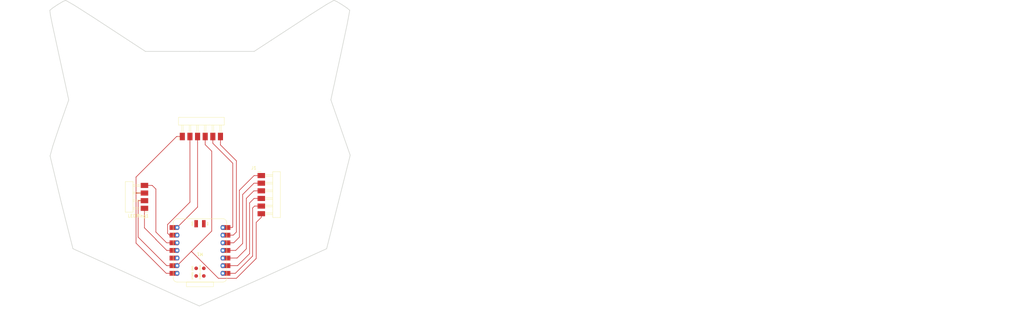
<source format=kicad_pcb>
(kicad_pcb (version 20240108) (generator "pcbnew") (generator_version "8.0")
  (layers (0 "F.Cu" signal) (31 "B.Cu" signal) (34 "B.Paste" user) (35 "F.Paste" user) (36 "B.SilkS" user "B.Silkscreen") (37 "F.SilkS" user "F.Silkscreen") (38 "B.Mask" user) (39 "F.Mask" user) (44 "Edge.Cuts" user))
  (net 0 "")
  (net 1 "4{slash}P4{slash}MISO{slash}D9")
  (net 2 "3{slash}P3{slash}MOSI{slash}D10")
  (net 3 "GND1")
  (net 4 "0{slash}P0{slash}TX{slash}D6")
  (net 5 "26{slash}P26{slash}A0{slash}D0")
  (net 6 "28{slash}P28{slash}A2{slash}D2")
  (net 7 "6{slash}P6{slash}SDA{slash}D4")
  (net 8 "27{slash}P27{slash}A1{slash}D1")
  (net 9 "29{slash}P29{slash}A3{slash}D3")
  (net 10 "2{slash}P2{slash}SCK{slash}D8")
  (net 11 "1{slash}RX{slash}P1{slash}CSn{slash}D7")
  (net 12 "7{slash}P7{slash}SCL{slash}D5")
  (net 14 "3V3")
  (net 15 "5V")
  (footprint "fab:PinHeader_1x06_P2.54mm_Horizontal_SMD" (layer "F.Cu") (at 152.1 109.7)
    (property "Reference" "J1" (at -1.524 -2.54 0) (layer "F.SilkS") (effects (justify right)))
    (property "Value" "Conn_PinHeader_1x06_P2.54mm_Horizontal_SMD")
    (fp_line (start -1.27 -1.27) (end 0 -1.27) (stroke (width 0.12)) (layer "F.SilkS"))
    (fp_line (start 3.81 -1.27) (end 6.35 -1.27) (stroke (width 0.12)) (layer "F.SilkS"))
    (fp_line (start 3.81 -0.254) (end 1.27 -0.254) (stroke (width 0.12)) (layer "F.SilkS"))
    (fp_line (start 3.81 0.254) (end 1.27 0.254) (stroke (width 0.12)) (layer "F.SilkS"))
    (fp_line (start 3.81 2.286) (end 1.27 2.286) (stroke (width 0.12)) (layer "F.SilkS"))
    (fp_line (start 3.81 2.794) (end 1.27 2.794) (stroke (width 0.12)) (layer "F.SilkS"))
    (fp_line (start 3.81 4.826) (end 1.27 4.826) (stroke (width 0.12)) (layer "F.SilkS"))
    (fp_line (start 3.81 5.334) (end 1.27 5.334) (stroke (width 0.12)) (layer "F.SilkS"))
    (fp_line (start 3.81 7.366) (end 1.27 7.366) (stroke (width 0.12)) (layer "F.SilkS"))
    (fp_line (start 3.81 7.874) (end 1.27 7.874) (stroke (width 0.12)) (layer "F.SilkS"))
    (fp_line (start 3.81 9.906) (end 1.27 9.906) (stroke (width 0.12)) (layer "F.SilkS"))
    (fp_line (start 3.81 10.414) (end 1.27 10.414) (stroke (width 0.12)) (layer "F.SilkS"))
    (fp_line (start 3.81 12.446) (end 1.27 12.446) (stroke (width 0.12)) (layer "F.SilkS"))
    (fp_line (start 3.81 12.954) (end 1.27 12.954) (stroke (width 0.12)) (layer "F.SilkS"))
    (fp_line (start 3.81 13.97) (end 3.81 -1.27) (stroke (width 0.12)) (layer "F.SilkS"))
    (fp_line (start 6.35 -1.27) (end 6.35 13.97) (stroke (width 0.12)) (layer "F.SilkS"))
    (fp_line (start 6.35 13.97) (end 3.81 13.97) (stroke (width 0.12)) (layer "F.SilkS"))
    (pad "1" smd rect (at 0 0) (size 2.5 1.7) (layers "F.Cu" "F.Paste" "F.Mask") (net 7 "6{slash}P6{slash}SDA{slash}D4"))
    (pad "2" smd rect (at 0 2.54) (size 2.5 1.7) (layers "F.Cu" "F.Paste" "F.Mask") (net 9 "29{slash}P29{slash}A3{slash}D3"))
    (pad "3" smd rect (at 0 5.08) (size 2.5 1.7) (layers "F.Cu" "F.Paste" "F.Mask") (net 6 "28{slash}P28{slash}A2{slash}D2"))
    (pad "4" smd rect (at 0 7.62) (size 2.5 1.7) (layers "F.Cu" "F.Paste" "F.Mask") (net 8 "27{slash}P27{slash}A1{slash}D1"))
    (pad "5" smd rect (at 0 10.16) (size 2.5 1.7) (layers "F.Cu" "F.Paste" "F.Mask") (net 5 "26{slash}P26{slash}A0{slash}D0"))
    (pad "6" smd rect (at 0 12.7) (size 2.5 1.7) (layers "F.Cu" "F.Paste" "F.Mask") (net 3 "GND1"))
  )
  (footprint "fab:SeeedStudio_XIAO_RP2040" (layer "F.Cu") (at 131.685 134.62 180)
    (property "Reference" "M1" (at 0 -1.27 180) (layer "F.SilkS"))
    (property "Value" "Module_XIAO-RP2040")
    (fp_line (start 8.8925 -9.261) (end 8.8925 9.281) (stroke (width 0.12)) (layer "F.SilkS"))
    (fp_line (start 7.6225 10.551) (end -7.6175 10.551) (stroke (width 0.12)) (layer "F.SilkS"))
    (fp_line (start -7.6175 -10.531) (end 7.6225 -10.531) (stroke (width 0.12)) (layer "F.SilkS"))
    (fp_line (start -8.8875 9.281) (end -8.8875 -9.261) (stroke (width 0.12)) (layer "F.SilkS"))
    (fp_rect (start -4.4975 -10.531) (end 4.5025 -12.055) (stroke (width 0.12)) (fill none) (layer "F.SilkS"))
    (fp_arc (start 8.8925 9.281) (mid 8.520526 10.179026) (end 7.6225 10.551) (stroke (width 0.12)) (layer "F.SilkS"))
    (fp_arc (start 7.6225 -10.531) (mid 8.520526 -10.159026) (end 8.8925 -9.261) (stroke (width 0.12)) (layer "F.SilkS"))
    (fp_arc (start -7.6175 10.551) (mid -8.515526 10.179026) (end -8.8875 9.281) (stroke (width 0.12)) (layer "F.SilkS"))
    (fp_arc (start -8.8875 -9.261) (mid -8.515526 -10.159026) (end -7.6175 -10.531) (stroke (width 0.12)) (layer "F.SilkS"))
    (fp_text user "GND" (at 2.545 8.89 -90) (layer "F.SilkS") (effects (font (size 0.5 0.5) (thickness 0.1) (bold yes))))
    (fp_text user "RESET" (at 0 -5.96 -90) (layer "F.SilkS") (effects (font (size 0.5 0.5) (thickness 0.1) (bold yes))))
    (fp_text user "VIN" (at -2.535 8.89 -90) (layer "F.SilkS") (effects (font (size 0.5 0.5) (thickness 0.1) (bold yes))))
    (fp_text user "SWDIO" (at 0 -8.5 -90) (layer "F.SilkS") (effects (font (size 0.5 0.5) (thickness 0.1) (bold yes))))
    (fp_text user "GND" (at 2.54 -5.96 -90) (layer "F.SilkS") (effects (font (size 0.5 0.5) (thickness 0.1) (bold yes))))
    (fp_text user "SWCLK" (at 2.54 -8.5 -90) (layer "F.SilkS") (effects (font (size 0.5 0.5) (thickness 0.1) (bold yes))))
    (pad "1" thru_hole circle (at -7.615 -7.62 180) (size 1.6 1.6) (drill 0.8) (layers "*.Cu" "*.Mask") (net 5 "26{slash}P26{slash}A0{slash}D0"))
    (pad "1" smd rect (at -7.615 -7.62 180) (size 3 1.6) (drill (offset -1 0)) (layers "F.Cu" "F.Paste" "F.Mask") (net 5 "26{slash}P26{slash}A0{slash}D0"))
    (pad "2" thru_hole circle (at -7.615 -5.08 180) (size 1.6 1.6) (drill 0.8) (layers "*.Cu" "*.Mask") (net 8 "27{slash}P27{slash}A1{slash}D1"))
    (pad "2" smd rect (at -7.615 -5.08 180) (size 3 1.6) (drill (offset -1 0)) (layers "F.Cu" "F.Paste" "F.Mask") (net 8 "27{slash}P27{slash}A1{slash}D1"))
    (pad "3" thru_hole circle (at -7.615 -2.54 180) (size 1.6 1.6) (drill 0.8) (layers "*.Cu" "*.Mask") (net 6 "28{slash}P28{slash}A2{slash}D2"))
    (pad "3" smd rect (at -7.615 -2.54 180) (size 3 1.6) (drill (offset -1 0)) (layers "F.Cu" "F.Paste" "F.Mask") (net 6 "28{slash}P28{slash}A2{slash}D2"))
    (pad "4" thru_hole circle (at -7.615 0 180) (size 1.6 1.6) (drill 0.8) (layers "*.Cu" "*.Mask") (net 9 "29{slash}P29{slash}A3{slash}D3"))
    (pad "4" smd rect (at -7.615 0 180) (size 3 1.6) (drill (offset -1 0)) (layers "F.Cu" "F.Paste" "F.Mask") (net 9 "29{slash}P29{slash}A3{slash}D3"))
    (pad "5" thru_hole circle (at -7.615 2.54 180) (size 1.6 1.6) (drill 0.8) (layers "*.Cu" "*.Mask") (net 7 "6{slash}P6{slash}SDA{slash}D4"))
    (pad "5" smd rect (at -7.615 2.54 180) (size 3 1.6) (drill (offset -1 0)) (layers "F.Cu" "F.Paste" "F.Mask") (net 7 "6{slash}P6{slash}SDA{slash}D4"))
    (pad "6" thru_hole circle (at -7.615 5.08 180) (size 1.6 1.6) (drill 0.8) (layers "*.Cu" "*.Mask") (net 12 "7{slash}P7{slash}SCL{slash}D5"))
    (pad "6" smd rect (at -7.615 5.08 180) (size 3 1.6) (drill (offset -1 0)) (layers "F.Cu" "F.Paste" "F.Mask") (net 12 "7{slash}P7{slash}SCL{slash}D5"))
    (pad "7" thru_hole circle (at -7.615 7.62 180) (size 1.6 1.6) (drill 0.8) (layers "*.Cu" "*.Mask") (net 4 "0{slash}P0{slash}TX{slash}D6"))
    (pad "7" smd rect (at -7.615 7.62 180) (size 3 1.6) (drill (offset -1 0)) (layers "F.Cu" "F.Paste" "F.Mask") (net 4 "0{slash}P0{slash}TX{slash}D6"))
    (pad "8" thru_hole circle (at 7.62 7.62 180) (size 1.6 1.6) (drill 0.8) (layers "*.Cu" "*.Mask") (net 11 "1{slash}RX{slash}P1{slash}CSn{slash}D7"))
    (pad "8" smd rect (at 7.62 7.62 180) (size 3 1.6) (drill (offset 1 0)) (layers "F.Cu" "F.Paste" "F.Mask") (net 11 "1{slash}RX{slash}P1{slash}CSn{slash}D7"))
    (pad "9" thru_hole circle (at 7.62 5.08 180) (size 1.6 1.6) (drill 0.8) (layers "*.Cu" "*.Mask") (net 10 "2{slash}P2{slash}SCK{slash}D8"))
    (pad "9" smd rect (at 7.62 5.08 180) (size 3 1.6) (drill (offset 1 0)) (layers "F.Cu" "F.Paste" "F.Mask") (net 10 "2{slash}P2{slash}SCK{slash}D8"))
    (pad "10" thru_hole circle (at 7.62 2.54 180) (size 1.6 1.6) (drill 0.8) (layers "*.Cu" "*.Mask") (net 1 "4{slash}P4{slash}MISO{slash}D9"))
    (pad "10" smd rect (at 7.62 2.54 180) (size 3 1.6) (drill (offset 1 0)) (layers "F.Cu" "F.Paste" "F.Mask") (net 1 "4{slash}P4{slash}MISO{slash}D9"))
    (pad "11" thru_hole circle (at 7.62 0 180) (size 1.6 1.6) (drill 0.8) (layers "*.Cu" "*.Mask") (net 2 "3{slash}P3{slash}MOSI{slash}D10"))
    (pad "11" smd rect (at 7.62 0 180) (size 3 1.6) (drill (offset 1 0)) (layers "F.Cu" "F.Paste" "F.Mask") (net 2 "3{slash}P3{slash}MOSI{slash}D10"))
    (pad "12" thru_hole circle (at 7.62 -2.54 180) (size 1.6 1.6) (drill 0.8) (layers "*.Cu" "*.Mask") (net 14 "3V3"))
    (pad "12" smd rect (at 7.62 -2.54 180) (size 3 1.6) (drill (offset 1 0)) (layers "F.Cu" "F.Paste" "F.Mask") (net 14 "3V3"))
    (pad "13" thru_hole circle (at 7.62 -5.08 180) (size 1.6 1.6) (drill 0.8) (layers "*.Cu" "*.Mask") (net 3 "GND1"))
    (pad "13" smd rect (at 7.62 -5.08 180) (size 3 1.6) (drill (offset 1 0)) (layers "F.Cu" "F.Paste" "F.Mask") (net 3 "GND1"))
    (pad "14" thru_hole circle (at 7.62 -7.62 180) (size 1.6 1.6) (drill 0.8) (layers "*.Cu" "*.Mask") (net 15 "5V"))
    (pad "14" smd rect (at 7.62 -7.62 180) (size 3 1.6) (drill (offset 1 0)) (layers "F.Cu" "F.Paste" "F.Mask") (net 15 "5V"))
    (pad "15" smd rect (at 1.275 8.89 90) (size 2.4 1.2) (layers "F.Cu" "F.Paste" "F.Mask"))
    (pad "16" smd rect (at -1.265 8.89 90) (size 2.4 1.2) (layers "F.Cu" "F.Paste" "F.Mask"))
    (pad "17" smd circle (at -1.27 -8.5 180) (size 1.2 1.2) (layers "F.Cu" "F.Paste" "F.Mask"))
    (pad "18" smd circle (at -1.27 -5.96 180) (size 1.2 1.2) (layers "F.Cu" "F.Paste" "F.Mask"))
    (pad "19" smd circle (at 1.27 -5.96 180) (size 1.2 1.2) (layers "F.Cu" "F.Paste" "F.Mask"))
    (pad "20" smd circle (at 1.27 -8.5 180) (size 1.2 1.2) (layers "F.Cu" "F.Paste" "F.Mask"))
  )
  (footprint "fab:PinHeader_1x06_P2.54mm_Horizontal_SMD" (layer "F.Cu") (at 125.8 96.7 90)
    (property "Reference" "HC-SR04" (hide yes))
    (property "Value" "Conn_PinHeader_1x06_P2.54mm_Horizontal_SMD")
    (fp_line (start 6.35 -1.27) (end 6.35 13.97) (stroke (width 0.12)) (layer "F.SilkS"))
    (fp_line (start 3.81 -1.27) (end 6.35 -1.27) (stroke (width 0.12)) (layer "F.SilkS"))
    (fp_line (start -1.27 -1.27) (end 0 -1.27) (stroke (width 0.12)) (layer "F.SilkS"))
    (fp_line (start 3.81 -0.254) (end 1.27 -0.254) (stroke (width 0.12)) (layer "F.SilkS"))
    (fp_line (start 3.81 0.254) (end 1.27 0.254) (stroke (width 0.12)) (layer "F.SilkS"))
    (fp_line (start 3.81 2.286) (end 1.27 2.286) (stroke (width 0.12)) (layer "F.SilkS"))
    (fp_line (start 3.81 2.794) (end 1.27 2.794) (stroke (width 0.12)) (layer "F.SilkS"))
    (fp_line (start 3.81 4.826) (end 1.27 4.826) (stroke (width 0.12)) (layer "F.SilkS"))
    (fp_line (start 3.81 5.334) (end 1.27 5.334) (stroke (width 0.12)) (layer "F.SilkS"))
    (fp_line (start 3.81 7.366) (end 1.27 7.366) (stroke (width 0.12)) (layer "F.SilkS"))
    (fp_line (start 3.81 7.874) (end 1.27 7.874) (stroke (width 0.12)) (layer "F.SilkS"))
    (fp_line (start 3.81 9.906) (end 1.27 9.906) (stroke (width 0.12)) (layer "F.SilkS"))
    (fp_line (start 3.81 10.414) (end 1.27 10.414) (stroke (width 0.12)) (layer "F.SilkS"))
    (fp_line (start 3.81 12.446) (end 1.27 12.446) (stroke (width 0.12)) (layer "F.SilkS"))
    (fp_line (start 3.81 12.954) (end 1.27 12.954) (stroke (width 0.12)) (layer "F.SilkS"))
    (fp_line (start 6.35 13.97) (end 3.81 13.97) (stroke (width 0.12)) (layer "F.SilkS"))
    (fp_line (start 3.81 13.97) (end 3.81 -1.27) (stroke (width 0.12)) (layer "F.SilkS"))
    (pad "1" smd rect (at 0 0 90) (size 2.5 1.7) (layers "F.Cu" "F.Paste" "F.Mask") (net 15 "5V"))
    (pad "2" smd rect (at 0 2.54 90) (size 2.5 1.7) (layers "F.Cu" "F.Paste" "F.Mask") (net 10 "2{slash}P2{slash}SCK{slash}D8"))
    (pad "3" smd rect (at 0 5.08 90) (size 2.5 1.7) (layers "F.Cu" "F.Paste" "F.Mask") (net 11 "1{slash}RX{slash}P1{slash}CSn{slash}D7"))
    (pad "4" smd rect (at 0 7.62 90) (size 2.5 1.7) (layers "F.Cu" "F.Paste" "F.Mask") (net 3 "GND1"))
    (pad "5" smd rect (at 0 10.16 90) (size 2.5 1.7) (layers "F.Cu" "F.Paste" "F.Mask") (net 4 "0{slash}P0{slash}TX{slash}D6"))
    (pad "6" smd rect (at 0 12.7 90) (size 2.5 1.7) (layers "F.Cu" "F.Paste" "F.Mask") (net 12 "7{slash}P7{slash}SCL{slash}D5"))
  )
  (footprint "fab:PinHeader_1x04_P2.54mm_Horizontal_SMD" (layer "F.Cu") (at 113.2 120.6 180)
    (property "Reference" "LEDRing1" (at -1.524 -2.54 180) (layer "F.SilkS") (effects (justify right)))
    (property "Value" "Conn_PinHeader_1x04_P2.54mm_Horizontal_SMD")
    (fp_line (start 6.35 8.89) (end 3.81 8.89) (stroke (width 0.12)) (layer "F.SilkS"))
    (fp_line (start 6.35 -1.27) (end 6.35 8.89) (stroke (width 0.12)) (layer "F.SilkS"))
    (fp_line (start 3.81 8.89) (end 3.81 -1.27) (stroke (width 0.12)) (layer "F.SilkS"))
    (fp_line (start 3.81 7.874) (end 1.27 7.874) (stroke (width 0.12)) (layer "F.SilkS"))
    (fp_line (start 3.81 7.366) (end 1.27 7.366) (stroke (width 0.12)) (layer "F.SilkS"))
    (fp_line (start 3.81 5.334) (end 1.27 5.334) (stroke (width 0.12)) (layer "F.SilkS"))
    (fp_line (start 3.81 4.826) (end 1.27 4.826) (stroke (width 0.12)) (layer "F.SilkS"))
    (fp_line (start 3.81 2.794) (end 1.27 2.794) (stroke (width 0.12)) (layer "F.SilkS"))
    (fp_line (start 3.81 2.286) (end 1.27 2.286) (stroke (width 0.12)) (layer "F.SilkS"))
    (fp_line (start 3.81 0.254) (end 1.27 0.254) (stroke (width 0.12)) (layer "F.SilkS"))
    (fp_line (start 3.81 -0.254) (end 1.27 -0.254) (stroke (width 0.12)) (layer "F.SilkS"))
    (fp_line (start 3.81 -1.27) (end 6.35 -1.27) (stroke (width 0.12)) (layer "F.SilkS"))
    (fp_line (start -1.27 -1.27) (end 0 -1.27) (stroke (width 0.12)) (layer "F.SilkS"))
    (pad "1" smd rect (at 0 0 180) (size 2.5 1.7) (layers "F.Cu" "F.Paste" "F.Mask") (net 2 "3{slash}P3{slash}MOSI{slash}D10"))
    (pad "2" smd rect (at 0 2.54 180) (size 2.5 1.7) (layers "F.Cu" "F.Paste" "F.Mask") (net 3 "GND1"))
    (pad "3" smd rect (at 0 5.08 180) (size 2.5 1.7) (layers "F.Cu" "F.Paste" "F.Mask") (net 15 "5V"))
    (pad "4" smd rect (at 0 7.62 180) (size 2.5 1.7) (layers "F.Cu" "F.Paste" "F.Mask") (net 1 "4{slash}P4{slash}MISO{slash}D9"))
  )
  (gr_line (start 81.89811 56.283514) (end 81.7 54.7) (stroke (width 0.2)) (layer "Edge.Cuts"))
  (gr_line (start 89.879069 53.029909) (end 96.17162 57.04253) (stroke (width 0.2)) (layer "Edge.Cuts"))
  (gr_line (start 86.95424 51.36094) (end 89.879069 53.029909) (stroke (width 0.2)) (layer "Edge.Cuts"))
  (gr_line (start 131.470681 153.112466) (end 124.197301 149.876016) (stroke (width 0.2)) (layer "Edge.Cuts"))
  (gr_line (start 155.52134 64.584066) (end 168.54914 56.078666) (stroke (width 0.2)) (layer "Edge.Cuts"))
  (gr_line (start 149.7193 68.371936) (end 155.52134 64.584066) (stroke (width 0.2)) (layer "Edge.Cuts"))
  (gr_line (start 124.197301 149.876016) (end 124.197282 149.87601) (stroke (width 0.2)) (layer "Edge.Cuts"))
  (gr_line (start 103.315582 140.35621) (end 89.394482 134.04566) (stroke (width 0.2)) (layer "Edge.Cuts"))
  (gr_line (start 180.702303 59.209704) (end 178.47302 69.718456) (stroke (width 0.2)) (layer "Edge.Cuts"))
  (gr_line (start 89.394482 134.04566) (end 85.606692 119.07606) (stroke (width 0.2)) (layer "Edge.Cuts"))
  (gr_line (start 124.197282 149.87601) (end 103.315582 140.35621) (stroke (width 0.2)) (layer "Edge.Cuts"))
  (gr_line (start 81.782312 103.17836) (end 82.67413 99.917602) (stroke (width 0.2)) (layer "Edge.Cuts"))
  (gr_line (start 109.19192 65.54988) (end 113.5215 68.37564) (stroke (width 0.2)) (layer "Edge.Cuts"))
  (gr_line (start 180.6546 53.953411) (end 181.5397 54.693456) (stroke (width 0.2)) (layer "Edge.Cuts"))
  (gr_line (start 173.805236 52.746783) (end 176.29549 51.360956) (stroke (width 0.2)) (layer "Edge.Cuts"))
  (gr_line (start 181.688161 102.932096) (end 177.768721 118.489696) (stroke (width 0.2)) (layer "Edge.Cuts"))
  (gr_line (start 84.869642 93.38116) (end 87.993562 84.51203) (stroke (width 0.2)) (layer "Edge.Cuts"))
  (gr_line (start 82.67413 99.917602) (end 84.869642 93.38116) (stroke (width 0.2)) (layer "Edge.Cuts"))
  (gr_line (start 152.816381 143.593486) (end 131.470681 153.112466) (stroke (width 0.2)) (layer "Edge.Cuts"))
  (gr_line (start 177.768721 118.489696) (end 173.849281 134.047296) (stroke (width 0.2)) (layer "Edge.Cuts"))
  (gr_line (start 176.29549 51.360956) (end 177.279317 51.808545) (stroke (width 0.2)) (layer "Edge.Cuts"))
  (gr_line (start 87.993562 84.51203) (end 85.821792 74.51033) (stroke (width 0.2)) (layer "Edge.Cuts"))
  (gr_line (start 82.587721 53.955421) (end 84.26026 52.83238) (stroke (width 0.2)) (layer "Edge.Cuts"))
  (gr_line (start 131.6204 68.373788) (end 149.7193 68.371936) (stroke (width 0.2)) (layer "Edge.Cuts"))
  (gr_line (start 113.5215 68.37564) (end 131.6204 68.373788) (stroke (width 0.2)) (layer "Edge.Cuts"))
  (gr_line (start 178.983413 52.832236) (end 180.6546 53.953411) (stroke (width 0.2)) (layer "Edge.Cuts"))
  (gr_line (start 85.966229 51.808384) (end 86.95424 51.36094) (stroke (width 0.2)) (layer "Edge.Cuts"))
  (gr_line (start 180.80598 100.425716) (end 181.688161 102.932096) (stroke (width 0.2)) (layer "Edge.Cuts"))
  (gr_line (start 84.26026 52.83238) (end 85.966229 51.808384) (stroke (width 0.2)) (layer "Edge.Cuts"))
  (gr_line (start 168.54914 56.078666) (end 173.805236 52.746783) (stroke (width 0.2)) (layer "Edge.Cuts"))
  (gr_line (start 82.596082 59.73203) (end 81.89811 56.283514) (stroke (width 0.2)) (layer "Edge.Cuts"))
  (gr_line (start 81.7 54.7) (end 82.587721 53.955421) (stroke (width 0.2)) (layer "Edge.Cuts"))
  (gr_line (start 85.606692 119.07606) (end 81.782312 103.17836) (stroke (width 0.2)) (layer "Edge.Cuts"))
  (gr_line (start 181.5397 54.693456) (end 180.702303 59.209704) (stroke (width 0.2)) (layer "Edge.Cuts"))
  (gr_line (start 177.58817 91.206996) (end 180.80598 100.425716) (stroke (width 0.2)) (layer "Edge.Cuts"))
  (gr_line (start 175.25254 84.494656) (end 177.58817 91.206996) (stroke (width 0.2)) (layer "Edge.Cuts"))
  (gr_line (start 173.849281 134.047296) (end 152.816381 143.593486) (stroke (width 0.2)) (layer "Edge.Cuts"))
  (gr_line (start 177.279317 51.808545) (end 178.983413 52.832236) (stroke (width 0.2)) (layer "Edge.Cuts"))
  (gr_line (start 85.821792 74.51033) (end 82.596082 59.73203) (stroke (width 0.2)) (layer "Edge.Cuts"))
  (gr_line (start 178.47302 69.718456) (end 175.25254 84.494656) (stroke (width 0.2)) (layer "Edge.Cuts"))
  (gr_line (start 96.17162 57.04253) (end 109.19192 65.54988) (stroke (width 0.2)) (layer "Edge.Cuts"))
  (segment (start 117 128.5) (end 120.58 132.08) (width 0.2) (layer "F.Cu") (net 1))
  (segment (start 120.58 132.08) (end 124.065 132.08) (width 0.2) (layer "F.Cu") (net 1))
  (segment (start 115.78 112.98) (end 117 114.2) (width 0.2) (layer "F.Cu") (net 1))
  (segment (start 113.2 112.98) (end 115.78 112.98) (width 0.2) (layer "F.Cu") (net 1))
  (segment (start 117 114.2) (end 117 128.5) (width 0.2) (layer "F.Cu") (net 1))
  (segment (start 117 130.9) (end 117 131) (width 0.2) (layer "F.Cu") (net 2))
  (segment (start 117 131) (end 120.62 134.62) (width 0.2) (layer "F.Cu") (net 2))
  (segment (start 113.2 120.6) (end 113.2 127.1) (width 0.2) (layer "F.Cu") (net 2))
  (segment (start 120.62 134.62) (end 124.065 134.62) (width 0.2) (layer "F.Cu") (net 2))
  (segment (start 113.2 127.1) (end 117 130.9) (width 0.2) (layer "F.Cu") (net 2))
  (segment (start 111.1 118.06) (end 111.1 130.2) (width 0.2) (layer "F.Cu") (net 3))
  (segment (start 143.8 143.9) (end 137.806422 143.9) (width 0.2) (layer "F.Cu") (net 3))
  (segment (start 150.4 125.3) (end 150.4 137.3) (width 0.2) (layer "F.Cu") (net 3))
  (segment (start 135.6 101.6) (end 133.42 99.42) (width 0.2) (layer "F.Cu") (net 3))
  (segment (start 111.1 130.2) (end 120.6 139.7) (width 0.2) (layer "F.Cu") (net 3))
  (segment (start 137.806422 143.9) (end 128.888922 134.9825) (width 0.2) (layer "F.Cu") (net 3))
  (segment (start 152.1 122.4) (end 152.1 123.6) (width 0.2) (layer "F.Cu") (net 3))
  (segment (start 124.065 139.7) (end 124.1 139.7) (width 0.2) (layer "F.Cu") (net 3))
  (segment (start 113.2 118.06) (end 111.1 118.06) (width 0.2) (layer "F.Cu") (net 3))
  (segment (start 128.7825 134.9825) (end 135.6 128.165) (width 0.2) (layer "F.Cu") (net 3))
  (segment (start 150.4 137.3) (end 143.8 143.9) (width 0.2) (layer "F.Cu") (net 3))
  (segment (start 128.888922 134.9825) (end 128.7825 134.9825) (width 0.2) (layer "F.Cu") (net 3))
  (segment (start 152.1 123.6) (end 150.4 125.3) (width 0.2) (layer "F.Cu") (net 3))
  (segment (start 124.065 139.7) (end 128.7825 134.9825) (width 0.2) (layer "F.Cu") (net 3))
  (segment (start 133.42 99.42) (end 133.42 96.7) (width 0.2) (layer "F.Cu") (net 3))
  (segment (start 120.6 139.7) (end 124.065 139.7) (width 0.2) (layer "F.Cu") (net 3))
  (segment (start 133.42 96.7) (end 133.42 97.84) (width 0.2) (layer "F.Cu") (net 3))
  (segment (start 135.6 128.165) (end 135.6 101.6) (width 0.2) (layer "F.Cu") (net 3))
  (segment (start 142.6 105.6) (end 142.6 126.8) (width 0.2) (layer "F.Cu") (net 4))
  (segment (start 135.96 96.7) (end 135.96 98.96) (width 0.2) (layer "F.Cu") (net 4))
  (segment (start 142.6 126.8) (end 142.4 127) (width 0.2) (layer "F.Cu") (net 4))
  (segment (start 142.4 127) (end 139.3 127) (width 0.2) (layer "F.Cu") (net 4))
  (segment (start 135.96 98.96) (end 142.6 105.6) (width 0.2) (layer "F.Cu") (net 4))
  (segment (start 149.2 136.5) (end 143.46 142.24) (width 0.2) (layer "F.Cu") (net 5))
  (segment (start 152.1 119.86) (end 149.84 119.86) (width 0.2) (layer "F.Cu") (net 5))
  (segment (start 149.84 119.86) (end 149.2 120.5) (width 0.2) (layer "F.Cu") (net 5))
  (segment (start 143.46 142.24) (end 139.3 142.24) (width 0.2) (layer "F.Cu") (net 5))
  (segment (start 139.34 142.2) (end 139.3 142.24) (width 0.2) (layer "F.Cu") (net 5))
  (segment (start 149.2 120.5) (end 149.2 136.5) (width 0.2) (layer "F.Cu") (net 5))
  (segment (start 147.1 134.1) (end 144.04 137.16) (width 0.2) (layer "F.Cu") (net 6))
  (segment (start 139.341664 137.118336) (end 139.3 137.16) (width 0.2) (layer "F.Cu") (net 6))
  (segment (start 149.62 114.78) (end 147.1 117.3) (width 0.2) (layer "F.Cu") (net 6))
  (segment (start 152.1 114.78) (end 149.62 114.78) (width 0.2) (layer "F.Cu") (net 6))
  (segment (start 144.04 137.16) (end 139.3 137.16) (width 0.2) (layer "F.Cu") (net 6))
  (segment (start 147.1 117.3) (end 147.1 134.1) (width 0.2) (layer "F.Cu") (net 6))
  (segment (start 142.92 132.08) (end 139.3 132.08) (width 0.2) (layer "F.Cu") (net 7))
  (segment (start 144.8 114.6) (end 144.8 130.2) (width 0.2) (layer "F.Cu") (net 7))
  (segment (start 152.1 109.7) (end 149.7 109.7) (width 0.2) (layer "F.Cu") (net 7))
  (segment (start 139.32 132.1) (end 139.3 132.08) (width 0.2) (layer "F.Cu") (net 7))
  (segment (start 144.8 130.2) (end 142.92 132.08) (width 0.2) (layer "F.Cu") (net 7))
  (segment (start 149.7 109.7) (end 144.8 114.6) (width 0.2) (layer "F.Cu") (net 7))
  (segment (start 152.1 117.32) (end 151.94 117.32) (width 0.2) (layer "F.Cu") (net 8))
  (segment (start 149.68 117.32) (end 148.2 118.8) (width 0.2) (layer "F.Cu") (net 8))
  (segment (start 148.2 118.8) (end 148.2 135.7) (width 0.2) (layer "F.Cu") (net 8))
  (segment (start 148.2 135.7) (end 144.2 139.7) (width 0.2) (layer "F.Cu") (net 8))
  (segment (start 152.1 117.32) (end 149.68 117.32) (width 0.2) (layer "F.Cu") (net 8))
  (segment (start 144.2 139.7) (end 139.3 139.7) (width 0.2) (layer "F.Cu") (net 8))
  (segment (start 143.58 134.62) (end 139.3 134.62) (width 0.2) (layer "F.Cu") (net 9))
  (segment (start 139.32 134.6) (end 139.3 134.62) (width 0.2) (layer "F.Cu") (net 9))
  (segment (start 145.9 132.3) (end 143.58 134.62) (width 0.2) (layer "F.Cu") (net 9))
  (segment (start 149.66 112.24) (end 145.9 116) (width 0.2) (layer "F.Cu") (net 9))
  (segment (start 152.1 112.24) (end 149.66 112.24) (width 0.2) (layer "F.Cu") (net 9))
  (segment (start 145.9 116) (end 145.9 132.3) (width 0.2) (layer "F.Cu") (net 9))
  (segment (start 128.34 118.56) (end 120.9 126) (width 0.2) (layer "F.Cu") (net 10))
  (segment (start 120.9 128.9) (end 121.54 129.54) (width 0.2) (layer "F.Cu") (net 10))
  (segment (start 121.54 129.54) (end 124.065 129.54) (width 0.2) (layer "F.Cu") (net 10))
  (segment (start 120.9 126) (end 120.9 128.9) (width 0.2) (layer "F.Cu") (net 10))
  (segment (start 128.34 96.7) (end 128.34 118.56) (width 0.2) (layer "F.Cu") (net 10))
  (segment (start 130.88 120.185) (end 124.065 127) (width 0.2) (layer "F.Cu") (net 11))
  (segment (start 130.88 96.7) (end 130.88 120.185) (width 0.2) (layer "F.Cu") (net 11))
  (segment (start 142.76 129.54) (end 139.3 129.54) (width 0.2) (layer "F.Cu") (net 12))
  (segment (start 143.8 104.8) (end 143.8 128.5) (width 0.2) (layer "F.Cu") (net 12))
  (segment (start 143.8 128.5) (end 142.76 129.54) (width 0.2) (layer "F.Cu") (net 12))
  (segment (start 139.34 129.5) (end 139.3 129.54) (width 0.2) (layer "F.Cu") (net 12))
  (segment (start 138.5 99.5) (end 143.8 104.8) (width 0.2) (layer "F.Cu") (net 12))
  (segment (start 138.5 96.7) (end 138.5 99.5) (width 0.2) (layer "F.Cu") (net 12))
  (segment (start 110.4 110.2) (end 110.4 115.5) (width 0.2) (layer "F.Cu") (net 15))
  (segment (start 110.4 115.5) (end 110.42 115.52) (width 0.2) (layer "F.Cu") (net 15))
  (segment (start 113.2 115.52) (end 110.7 115.52) (width 0.2) (layer "F.Cu") (net 15))
  (segment (start 123.9 96.7) (end 110.4 110.2) (width 0.2) (layer "F.Cu") (net 15))
  (segment (start 110.7 115.52) (end 110.4 115.52) (width 0.2) (layer "F.Cu") (net 15))
  (segment (start 110.4 132.2) (end 120.44 142.24) (width 0.2) (layer "F.Cu") (net 15))
  (segment (start 112.86 115.86) (end 112.86 115.985686) (width 0.2) (layer "F.Cu") (net 15))
  (segment (start 110.4 115.52) (end 110.4 132.2) (width 0.2) (layer "F.Cu") (net 15))
  (segment (start 120.44 142.24) (end 124.065 142.24) (width 0.2) (layer "F.Cu") (net 15))
  (segment (start 125.8 96.7) (end 123.9 96.7) (width 0.2) (layer "F.Cu") (net 15))
  (segment (start 110.42 115.52) (end 110.7 115.52) (width 0.2) (layer "F.Cu") (net 15))
  (segment (start 113.2 115.52) (end 112.86 115.86) (width 0.2) (layer "F.Cu") (net 15))
)
</source>
